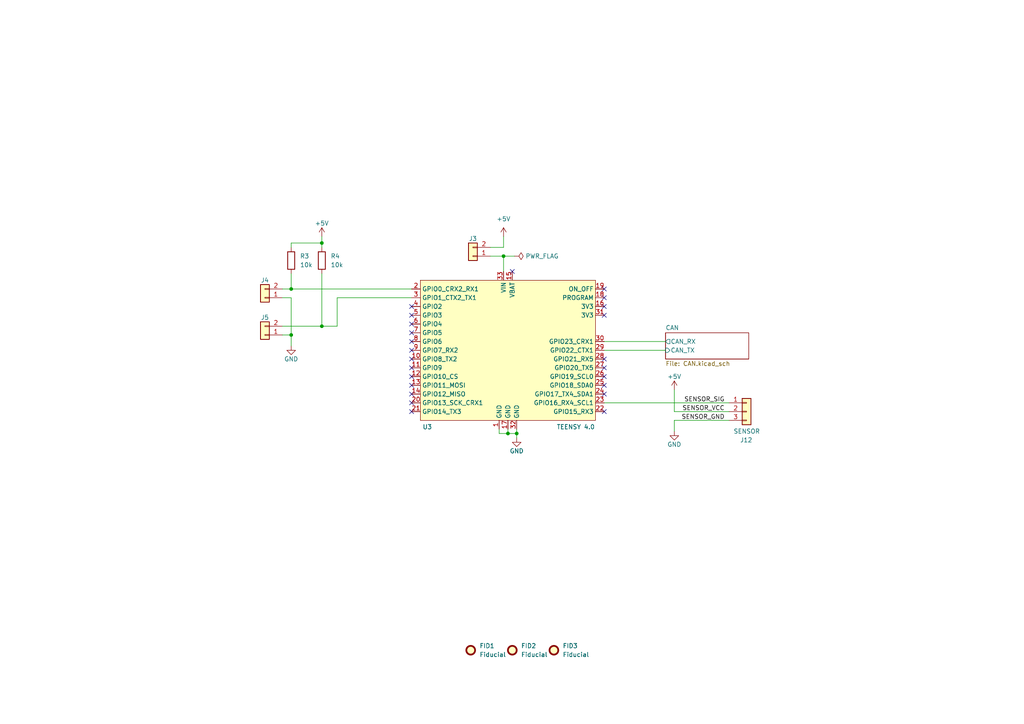
<source format=kicad_sch>
(kicad_sch (version 20230121) (generator eeschema)
  (paper "A4")
  (title_block (title "Tandem Leveller Scraper Angle") (date "2025-10-20") (rev "V1.0") (company "(C) andy@britishideas.com 2025") (comment 1 "For personal use only, no commercial use") (comment 2 "Provided as-is, no warranty express or implied. Use at your own risk"))
  (lib_symbols
    (symbol "BritishIdeas2:Teensy_4.0"
      (property "Reference" "U" (at -27.94 -15.24 0))
      (symbol "Teensy_4.0_1_1"
        (rectangle (start 0 123.19) (end 50.8 82.55) (fill (type background)))
        (pin power_in line (at 22.86 80.01 90) (length 2.54) (name "GND") (number "1"))
        (pin passive line (at -2.54 100.33 0) (length 2.54) (name "GPIO8_TX2") (number "10"))
        (pin passive line (at -2.54 97.79 0) (length 2.54) (name "GPIO9") (number "11"))
        (pin passive line (at -2.54 95.25 0) (length 2.54) (name "GPIO10_CS") (number "12"))
        (pin passive line (at -2.54 92.71 0) (length 2.54) (name "GPIO11_MOSI") (number "13"))
        (pin passive line (at -2.54 90.17 0) (length 2.54) (name "GPIO12_MISO") (number "14"))
        (pin power_in line (at 26.67 125.73 270) (length 2.54) (name "VBAT") (number "15"))
        (pin power_out line (at 53.34 115.57 180) (length 2.54) (name "3V3") (number "16"))
        (pin power_in line (at 25.4 80.01 90) (length 2.54) (name "GND") (number "17"))
        (pin input line (at 53.34 118.11 180) (length 2.54) (name "PROGRAM") (number "18"))
        (pin input line (at 53.34 120.65 180) (length 2.54) (name "ON_OFF") (number "19"))
        (pin passive line (at -2.54 120.65 0) (length 2.54) (name "GPIO0_CRX2_RX1") (number "2"))
        (pin passive line (at -2.54 87.63 0) (length 2.54) (name "GPIO13_SCK_CRX1") (number "20"))
        (pin passive line (at -2.54 85.09 0) (length 2.54) (name "GPIO14_TX3") (number "21"))
        (pin passive line (at 53.34 85.09 180) (length 2.54) (name "GPIO15_RX3") (number "22"))
        (pin passive line (at 53.34 87.63 180) (length 2.54) (name "GPIO16_RX4_SCL1") (number "23"))
        (pin passive line (at 53.34 90.17 180) (length 2.54) (name "GPIO17_TX4_SDA1") (number "24"))
        (pin passive line (at 53.34 92.71 180) (length 2.54) (name "GPIO18_SDA0") (number "25"))
        (pin passive line (at 53.34 95.25 180) (length 2.54) (name "GPIO19_SCL0") (number "26"))
        (pin passive line (at 53.34 97.79 180) (length 2.54) (name "GPIO20_TX5") (number "27"))
        (pin passive line (at 53.34 100.33 180) (length 2.54) (name "GPIO21_RX5") (number "28"))
        (pin passive line (at 53.34 102.87 180) (length 2.54) (name "GPIO22_CTX1") (number "29"))
        (pin passive line (at -2.54 118.11 0) (length 2.54) (name "GPIO1_CTX2_TX1") (number "3"))
        (pin passive line (at 53.34 105.41 180) (length 2.54) (name "GPIO23_CRX1") (number "30"))
        (pin power_out line (at 53.34 113.03 180) (length 2.54) (name "3V3") (number "31"))
        (pin power_in line (at 27.94 80.01 90) (length 2.54) (name "GND") (number "32"))
        (pin power_in line (at 24.13 125.73 270) (length 2.54) (name "VIN") (number "33"))
        (pin passive line (at -2.54 115.57 0) (length 2.54) (name "GPIO2") (number "4"))
        (pin passive line (at -2.54 113.03 0) (length 2.54) (name "GPIO3") (number "5"))
        (pin passive line (at -2.54 110.49 0) (length 2.54) (name "GPIO4") (number "6"))
        (pin passive line (at -2.54 107.95 0) (length 2.54) (name "GPIO5") (number "7"))
        (pin passive line (at -2.54 105.41 0) (length 2.54) (name "GPIO6") (number "8"))
        (pin passive line (at -2.54 102.87 0) (length 2.54) (name "GPIO7_RX2") (number "9"))
      )
    )
    (symbol "Connector_Generic:Conn_01x02" (pin_names (offset 1.016) hide)
      (property "Reference" "J" (at 0 2.54 0))
      (property "Value" "Conn_01x02" (at 0 -5.08 0))
      (symbol "Conn_01x02_1_1"
        (rectangle (start -1.27 -2.413) (end 0 -2.667) (stroke (width 0.1524)))
        (rectangle (start -1.27 0.127) (end 0 -0.127) (stroke (width 0.1524)))
        (rectangle (start -1.27 1.27) (end 1.27 -3.81) (stroke (width 0.254)) (fill (type background)))
        (pin passive line (at -5.08 0 0) (length 3.81) (name "Pin_1") (number "1"))
        (pin passive line (at -5.08 -2.54 0) (length 3.81) (name "Pin_2") (number "2"))
      )
    )
    (symbol "Connector_Generic:Conn_01x03" (pin_names (offset 1.016) hide)
      (property "Reference" "J" (at 0 5.08 0))
      (property "Value" "Conn_01x03" (at 0 -5.08 0))
      (symbol "Conn_01x03_1_1"
        (rectangle (start -1.27 -2.413) (end 0 -2.667) (stroke (width 0.1524)))
        (rectangle (start -1.27 0.127) (end 0 -0.127) (stroke (width 0.1524)))
        (rectangle (start -1.27 2.667) (end 0 2.413) (stroke (width 0.1524)))
        (rectangle (start -1.27 3.81) (end 1.27 -3.81) (stroke (width 0.254)) (fill (type background)))
        (pin passive line (at -5.08 2.54 0) (length 3.81) (name "Pin_1") (number "1"))
        (pin passive line (at -5.08 0 0) (length 3.81) (name "Pin_2") (number "2"))
        (pin passive line (at -5.08 -2.54 0) (length 3.81) (name "Pin_3") (number "3"))
      )
    )
    (symbol "Device:R" (pin_numbers hide) (pin_names (offset 0))
      (property "Reference" "R" (at 2.032 0 90))
      (property "Value" "R" (at 0 0 90))
      (symbol "R_0_1"
        (rectangle (start -1.016 -2.54) (end 1.016 2.54) (stroke (width 0.254)))
      )
      (symbol "R_1_1"
        (pin passive line (at 0 3.81 270) (length 1.27) (name "~") (number "1"))
        (pin passive line (at 0 -3.81 90) (length 1.27) (name "~") (number "2"))
      )
    )
    (symbol "Mechanical:Fiducial"
      (property "Reference" "FID" (at 0 5.08 0))
      (property "Value" "Fiducial" (at 0 3.175 0))
      (symbol "Fiducial_0_1"
        (circle (center 0 0) (radius 1.27) (stroke (width 0.508)) (fill (type background)))
      )
    )
    (symbol "power:+5V" (power) (pin_names (offset 0))
      (property "Value" "+5V" (at 0 3.556 0))
      (symbol "+5V_0_1"
        (polyline (pts (xy -0.762 1.27) (xy 0 2.54)))
        (polyline (pts (xy 0 0) (xy 0 2.54)))
        (polyline (pts (xy 0 2.54) (xy 0.762 1.27)))
      )
      (symbol "+5V_1_1"
        (pin power_in line (at 0 0 90) (length 0) hide (name "+5V") (number "1"))
      )
    )
    (symbol "power:GND" (power) (pin_names (offset 0))
      (property "Value" "GND" (at 0 -3.81 0))
      (symbol "GND_0_1"
        (polyline (pts (xy 0 0) (xy 0 -1.27) (xy 1.27 -1.27) (xy 0 -2.54) (xy -1.27 -1.27) (xy 0 -1.27)))
      )
      (symbol "GND_1_1"
        (pin power_in line (at 0 0 270) (length 0) hide (name "GND") (number "1"))
      )
    )
    (symbol "power:PWR_FLAG" (power) (pin_numbers hide) (pin_names (offset 0) hide)
      (property "Value" "PWR_FLAG" (at 0 3.81 0))
      (symbol "PWR_FLAG_0_0"
        (pin power_out line (at 0 0 90) (length 0) (name "pwr") (number "1"))
      )
      (symbol "PWR_FLAG_0_1"
        (polyline (pts (xy 0 0) (xy 0 1.27) (xy -1.016 1.905) (xy 0 2.54) (xy 1.016 1.905) (xy 0 1.27)))
      )
    )
  )
  (junction (at 147.32 125.73))
  (junction (at 93.345 70.485))
  (junction (at 84.455 83.82))
  (junction (at 93.345 94.615))
  (junction (at 84.455 97.155))
  (junction (at 149.86 125.73))
  (junction (at 146.05 74.295))
  (no_connect (at 175.26 88.9))
  (no_connect (at 175.26 106.68))
  (no_connect (at 119.38 93.98))
  (no_connect (at 175.26 83.82))
  (no_connect (at 119.38 91.44))
  (no_connect (at 119.38 111.76))
  (no_connect (at 175.26 114.3))
  (no_connect (at 119.38 99.06))
  (no_connect (at 148.59 78.74))
  (no_connect (at 119.38 96.52))
  (no_connect (at 119.38 119.38))
  (no_connect (at 175.26 109.22))
  (no_connect (at 119.38 88.9))
  (no_connect (at 175.26 104.14))
  (no_connect (at 175.26 111.76))
  (no_connect (at 175.26 119.38))
  (no_connect (at 175.26 91.44))
  (no_connect (at 175.26 86.36))
  (no_connect (at 119.38 104.14))
  (no_connect (at 119.38 106.68))
  (no_connect (at 119.38 101.6))
  (no_connect (at 119.38 109.22))
  (no_connect (at 119.38 116.84))
  (no_connect (at 119.38 114.3))
  (wire (pts (xy 146.05 71.755) (xy 142.24 71.755)))
  (wire (pts (xy 93.345 79.375) (xy 93.345 94.615)))
  (wire (pts (xy 84.455 71.755) (xy 84.455 70.485)))
  (wire (pts (xy 93.345 94.615) (xy 97.79 94.615)))
  (wire (pts (xy 84.455 70.485) (xy 93.345 70.485)))
  (wire (pts (xy 175.26 116.84) (xy 211.455 116.84)))
  (wire (pts (xy 84.455 79.375) (xy 84.455 83.82)))
  (wire (pts (xy 175.26 99.06) (xy 193.04 99.06)))
  (wire (pts (xy 211.455 119.38) (xy 195.58 119.38)))
  (wire (pts (xy 81.915 94.615) (xy 93.345 94.615)))
  (wire (pts (xy 146.05 74.295) (xy 142.24 74.295)))
  (wire (pts (xy 175.26 101.6) (xy 193.04 101.6)))
  (wire (pts (xy 195.58 125.095) (xy 195.58 121.92)))
  (wire (pts (xy 149.86 124.46) (xy 149.86 125.73)))
  (wire (pts (xy 97.79 94.615) (xy 97.79 86.36)))
  (wire (pts (xy 146.05 74.295) (xy 146.05 78.74)))
  (wire (pts (xy 84.455 86.36) (xy 84.455 97.155)))
  (wire (pts (xy 81.915 83.82) (xy 84.455 83.82)))
  (wire (pts (xy 147.32 125.73) (xy 149.86 125.73)))
  (wire (pts (xy 146.05 74.295) (xy 149.225 74.295)))
  (wire (pts (xy 81.915 97.155) (xy 84.455 97.155)))
  (wire (pts (xy 211.455 121.92) (xy 195.58 121.92)))
  (wire (pts (xy 84.455 83.82) (xy 119.38 83.82)))
  (wire (pts (xy 84.455 97.155) (xy 84.455 100.33)))
  (wire (pts (xy 144.78 125.73) (xy 147.32 125.73)))
  (wire (pts (xy 146.05 68.58) (xy 146.05 71.755)))
  (wire (pts (xy 97.79 86.36) (xy 119.38 86.36)))
  (wire (pts (xy 93.345 70.485) (xy 93.345 71.755)))
  (wire (pts (xy 144.78 124.46) (xy 144.78 125.73)))
  (wire (pts (xy 93.345 68.58) (xy 93.345 70.485)))
  (wire (pts (xy 149.86 125.73) (xy 149.86 127)))
  (wire (pts (xy 147.32 124.46) (xy 147.32 125.73)))
  (wire (pts (xy 81.915 86.36) (xy 84.455 86.36)))
  (wire (pts (xy 195.58 113.03) (xy 195.58 119.38)))
  (label "SENSOR_SIG" (at 210.185 116.84 180))
  (label "SENSOR_VCC" (at 210.185 119.38 180))
  (label "SENSOR_GND" (at 210.185 121.92 180))
  (symbol (lib_id "Connector_Generic:Conn_01x03") (at 216.535 119.38 0) (unit 1)
    (property "Reference" "J12" (at 214.63 127.635 0) (effects (justify left)))
    (property "Value" "SENSOR" (at 212.725 125.095 0) (effects (justify left)))
    (property "Footprint" "Connector_JST:JST_PH_B3B-PH-K_1x03_P2.00mm_Vertical" (effects hide))
    (property "manf#" "B3B-PH-K-S" (effects hide))
    (property "LCSC" "C131339" (effects hide))
  )
  (symbol (lib_id "Connector_Generic:Conn_01x02") (at 76.835 86.36 180) (unit 1)
    (property "Reference" "J4" (at 76.835 81.28 0))
    (property "Value" "Conn_01x02" (effects hide))
    (property "Footprint" "Connector_PinHeader_2.54mm:PinHeader_1x02_P2.54mm_Vertical" (effects hide))
    (property "LCSC" "C7494857" (effects hide))
  )
  (symbol (lib_id "Connector_Generic:Conn_01x02") (at 76.835 97.155 180) (unit 1)
    (property "Reference" "J5" (at 76.835 92.075 0))
    (property "Value" "Conn_01x02" (effects hide))
    (property "Footprint" "Connector_PinHeader_2.54mm:PinHeader_1x02_P2.54mm_Vertical" (effects hide))
    (property "LCSC" "C7494857" (effects hide))
  )
  (symbol (lib_id "Mechanical:Fiducial") (at 160.655 188.595 0) (unit 1)
    (property "Reference" "FID3" (at 163.195 187.325 0) (effects (justify left)))
    (property "Value" "Fiducial" (at 163.195 189.865 0) (effects (justify left)))
    (property "Footprint" "Fiducial:Fiducial_0.5mm_Mask1mm" (effects hide))
  )
  (symbol (lib_id "power:+5V") (at 195.58 113.03 0) (mirror y) (unit 1)
    (property "Reference" "#PWR030" (effects hide))
    (property "Value" "+5V" (at 195.58 109.22 0))
  )
  (symbol (lib_id "power:PWR_FLAG") (at 149.225 74.295 270) (unit 1)
    (property "Reference" "#FLG04" (effects hide))
    (property "Value" "PWR_FLAG" (at 152.4 74.295 90) (effects (justify left)))
  )
  (symbol (lib_id "Mechanical:Fiducial") (at 136.525 188.595 0) (unit 1)
    (property "Reference" "FID1" (at 139.065 187.325 0) (effects (justify left)))
    (property "Value" "Fiducial" (at 139.065 189.865 0) (effects (justify left)))
    (property "Footprint" "Fiducial:Fiducial_0.5mm_Mask1mm" (effects hide))
  )
  (symbol (lib_id "power:GND") (at 84.455 100.33 0) (unit 1)
    (property "Reference" "#PWR013" (effects hide))
    (property "Value" "GND" (at 84.455 104.14 0))
  )
  (symbol (lib_id "Device:R") (at 84.455 75.565 0) (unit 1)
    (property "Reference" "R3" (at 86.995 74.295 0) (effects (justify left)))
    (property "Value" "10k" (at 86.995 76.835 0) (effects (justify left)))
    (property "Footprint" "Resistor_SMD:R_0805_2012Metric" (effects hide))
    (property "LCSC" "C17414" (effects hide))
  )
  (symbol (lib_id "power:GND") (at 149.86 127 0) (unit 1)
    (property "Reference" "#PWR012" (effects hide))
    (property "Value" "GND" (at 149.86 130.81 0))
  )
  (symbol (lib_id "Device:R") (at 93.345 75.565 0) (unit 1)
    (property "Reference" "R4" (at 95.885 74.295 0) (effects (justify left)))
    (property "Value" "10k" (at 95.885 76.835 0) (effects (justify left)))
    (property "Footprint" "Resistor_SMD:R_0805_2012Metric" (effects hide))
    (property "LCSC" "C17414" (effects hide))
  )
  (symbol (lib_id "Mechanical:Fiducial") (at 148.59 188.595 0) (unit 1)
    (property "Reference" "FID2" (at 151.13 187.325 0) (effects (justify left)))
    (property "Value" "Fiducial" (at 151.13 189.865 0) (effects (justify left)))
    (property "Footprint" "Fiducial:Fiducial_0.5mm_Mask1mm" (effects hide))
  )
  (symbol (lib_id "power:+5V") (at 93.345 68.58 0) (unit 1)
    (property "Reference" "#PWR014" (effects hide))
    (property "Value" "+5V" (at 93.345 64.77 0))
  )
  (symbol (lib_id "BritishIdeas2:Teensy_4.0") (at 121.92 204.47 0) (unit 1)
    (property "Reference" "U3" (at 122.555 123.825 0) (effects (justify left)))
    (property "Value" "TEENSY 4.0" (at 167.005 123.825 0))
    (property "Footprint" "Britishideas:Teensy_4.0" (effects hide))
  )
  (symbol (lib_id "power:+5V") (at 146.05 68.58 0) (unit 1)
    (property "Reference" "#PWR011" (effects hide))
    (property "Value" "+5V" (at 146.05 63.5 0))
  )
  (symbol (lib_id "Connector_Generic:Conn_01x02") (at 137.16 74.295 180) (unit 1)
    (property "Reference" "J3" (at 137.16 69.215 0))
    (property "Value" "Conn_01x02" (effects hide))
    (property "Footprint" "Connector_PinHeader_2.54mm:PinHeader_1x02_P2.54mm_Vertical" (effects hide))
    (property "LCSC" "C7494857" (effects hide))
  )
  (symbol (lib_id "power:GND") (at 195.58 125.095 0) (mirror y) (unit 1)
    (property "Reference" "#PWR029" (effects hide))
    (property "Value" "GND" (at 195.58 128.905 0))
  )
  (sheet (at 193.04 96.52) (size 24.13 7.62) (stroke (width 0.1524))
    (property "Sheetname" "CAN" (at 193.04 95.8084 0) (effects (justify left bottom)))
    (property "Sheetfile" "CAN.kicad_sch" (at 193.04 104.7246 0) (effects (justify left top)))
    (pin "CAN_TX" input (at 193.04 101.6 180))
    (pin "CAN_RX" output (at 193.04 99.06 180))
  )
)
</source>
